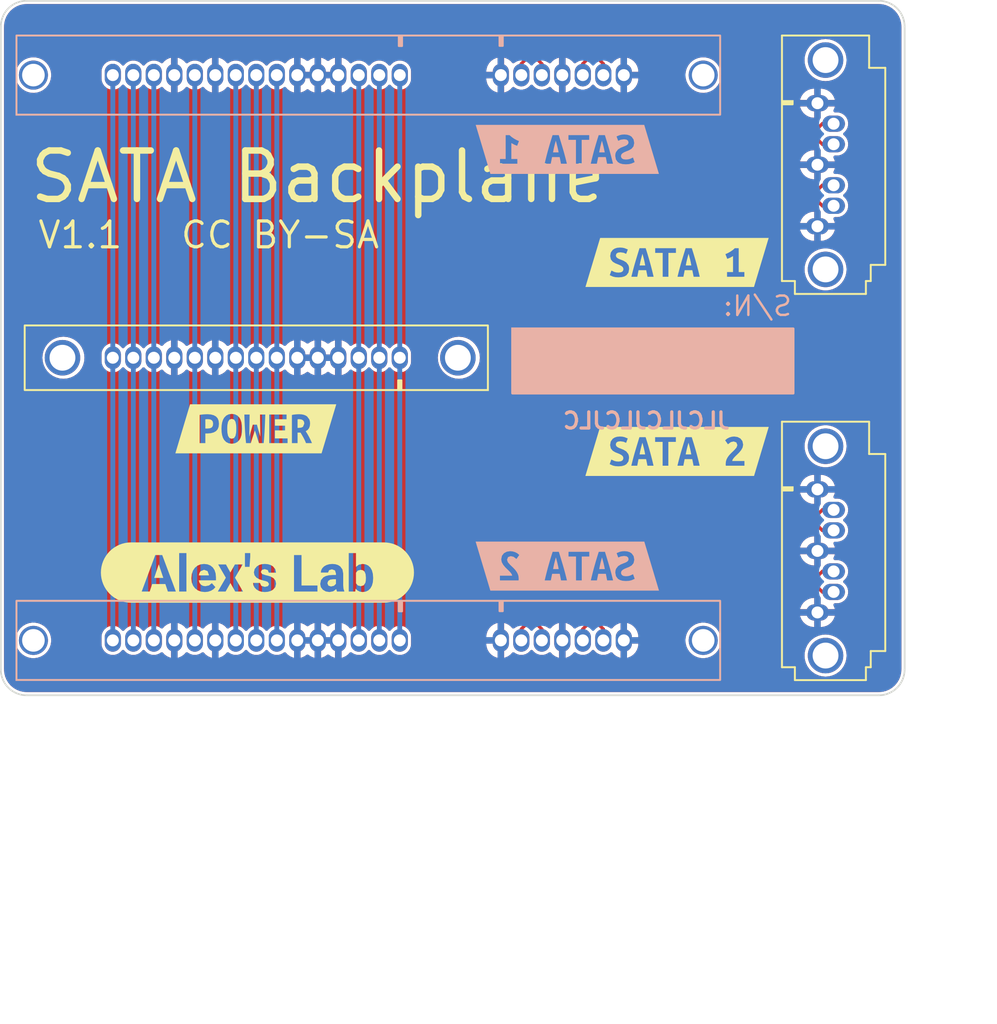
<source format=kicad_pcb>
(kicad_pcb (version 20221018) (generator pcbnew)
  (layers (0 "F.Cu" signal) (1 "In1.Cu" signal) (2 "In2.Cu" signal) (31 "B.Cu" signal) (34 "B.Paste" user) (35 "F.Paste" user) (36 "B.SilkS" user "B.Silkscreen") (37 "F.SilkS" user "F.Silkscreen") (38 "B.Mask" user) (39 "F.Mask" user) (44 "Edge.Cuts" user))
  (net 0 "")
  (net 1 "/3V3_1")
  (net 2 "/3V3_2")
  (net 3 "/PWDIS")
  (net 4 "GND")
  (net 5 "/5V_1")
  (net 6 "/5V_2")
  (net 7 "/5V_3")
  (net 8 "/ACT")
  (net 9 "/12V_1")
  (net 10 "/12V_2")
  (net 11 "/12V_3")
  (net 12 "/SATA1_A+")
  (net 13 "/SATA1_A-")
  (net 14 "/SATA1_B-")
  (net 15 "/SATA1_B+")
  (net 16 "/SATA2_A+")
  (net 17 "/SATA2_A-")
  (net 18 "/SATA2_B-")
  (net 19 "/SATA2_B+")
  (footprint "kibuzzard-63B1B180" (layer "F.Cu") (at 37.2 45.9)
    (fp_text reference "kibuzzard-63B1B180" hide)
    (fp_text value "G***" hide)
  )
  (footprint "kibuzzard-63B1B17B" (layer "F.Cu") (at 63.3 47.3)
    (fp_text reference "kibuzzard-63B1B17B" hide)
    (fp_text value "G***" hide)
  )
  (footprint "sata:SATA_Power" (layer "F.Cu") (at 46.12 41.5 180)
    (fp_text reference "J1" hide)
    (fp_text value "SATA_POWER_15")
    (pad "" np_thru_hole circle (at -3.6 0 180) (size 2.2 2.2) (drill 1.6) (layers "F&B.Cu" "*.Mask"))
    (pad "" np_thru_hole circle (at 20.9 0 180) (size 2.2 2.2) (drill 1.6) (layers "F&B.Cu" "*.Mask"))
    (pad "1" thru_hole oval (at 0 0 180) (size 1 1.4) (drill 0.74) (layers "*.Cu" "*.Mask") (net 1 "/3V3_1"))
    (pad "2" thru_hole oval (at 1.27 0 180) (size 1 1.4) (drill 0.74) (layers "*.Cu" "*.Mask") (net 2 "/3V3_2"))
    (pad "3" thru_hole oval (at 2.54 0 180) (size 1 1.4) (drill 0.74) (layers "*.Cu" "*.Mask") (net 3 "/PWDIS"))
    (pad "4" thru_hole oval (at 3.81 0 180) (size 1 1.4) (drill 0.74) (layers "*.Cu" "*.Mask") (net 4 "GND"))
    (pad "5" thru_hole oval (at 5.08 0 180) (size 1 1.4) (drill 0.74) (layers "*.Cu" "*.Mask") (net 4 "GND"))
    (pad "6" thru_hole oval (at 6.35 0 180) (size 1 1.4) (drill 0.74) (layers "*.Cu" "*.Mask") (net 4 "GND"))
    (pad "7" thru_hole oval (at 7.62 0 180) (size 1 1.4) (drill 0.74) (layers "*.Cu" "*.Mask") (net 5 "/5V_1"))
    (pad "8" thru_hole oval (at 8.89 0 180) (size 1 1.4) (drill 0.74) (layers "*.Cu" "*.Mask") (net 6 "/5V_2"))
    (pad "9" thru_hole oval (at 10.16 0 180) (size 1 1.4) (drill 0.74) (layers "*.Cu" "*.Mask") (net 7 "/5V_3"))
    (pad "10" thru_hole oval (at 11.43 0 180) (size 1 1.4) (drill 0.74) (layers "*.Cu" "*.Mask") (net 4 "GND"))
    (pad "11" thru_hole oval (at 12.7 0 180) (size 1 1.4) (drill 0.74) (layers "*.Cu" "*.Mask") (net 8 "/ACT"))
    (pad "12" thru_hole oval (at 13.97 0 180) (size 1 1.4) (drill 0.74) (layers "*.Cu" "*.Mask") (net 4 "GND"))
    (pad "13" thru_hole oval (at 15.24 0 180) (size 1 1.4) (drill 0.74) (layers "*.Cu" "*.Mask") (net 9 "/12V_1"))
    (pad "14" thru_hole oval (at 16.51 0 180) (size 1 1.4) (drill 0.74) (layers "*.Cu" "*.Mask") (net 10 "/12V_2"))
    (pad "15" thru_hole oval (at 17.78 0 180) (size 1 1.4) (drill 0.74) (layers "*.Cu" "*.Mask") (net 11 "/12V_3"))
  )
  (footprint "sata:SATA_Data" (layer "F.Cu") (at 72 33.36 -90)
    (fp_text reference "J10" hide)
    (fp_text value "SATA_1")
    (pad "" thru_hole circle (at -10.29 -0.5 270) (size 2.2 2.2) (drill 1.6) (layers "*.Cu" "*.Mask"))
    (pad "" thru_hole circle (at 2.67 -0.5 270) (size 2.2 2.2) (drill 1.6) (layers "*.Cu" "*.Mask"))
    (pad "1" thru_hole oval (at 0 0 270) (size 1 1.4) (drill 0.74) (layers "*.Cu" "*.Mask") (net 4 "GND"))
    (pad "2" thru_hole oval (at -1.27 -1 270) (size 1 1.4) (drill 0.74) (layers "*.Cu" "*.Mask") (net 12 "/SATA1_A+"))
    (pad "3" thru_hole oval (at -2.54 -1 270) (size 1 1.4) (drill 0.74) (layers "*.Cu" "*.Mask") (net 13 "/SATA1_A-"))
    (pad "4" thru_hole oval (at -3.81 0 270) (size 1 1.4) (drill 0.74) (layers "*.Cu" "*.Mask") (net 4 "GND"))
    (pad "5" thru_hole oval (at -5.08 -1 270) (size 1 1.4) (drill 0.74) (layers "*.Cu" "*.Mask") (net 14 "/SATA1_B-"))
    (pad "6" thru_hole oval (at -6.35 -1 270) (size 1 1.4) (drill 0.74) (layers "*.Cu" "*.Mask") (net 15 "/SATA1_B+"))
    (pad "7" thru_hole oval (at -7.62 0 270) (size 1 1.4) (drill 0.74) (layers "*.Cu" "*.Mask") (net 4 "GND"))
  )
  (footprint "sata:SATA_Data" (layer "F.Cu") (at 72 57.27 -90)
    (fp_text reference "J20" hide)
    (fp_text value "SATA_2")
    (pad "" thru_hole circle (at -10.29 -0.5 270) (size 2.2 2.2) (drill 1.6) (layers "*.Cu" "*.Mask"))
    (pad "" thru_hole circle (at 2.67 -0.5 270) (size 2.2 2.2) (drill 1.6) (layers "*.Cu" "*.Mask"))
    (pad "1" thru_hole oval (at 0 0 270) (size 1 1.4) (drill 0.74) (layers "*.Cu" "*.Mask") (net 4 "GND"))
    (pad "2" thru_hole oval (at -1.27 -1 270) (size 1 1.4) (drill 0.74) (layers "*.Cu" "*.Mask") (net 16 "/SATA2_A+"))
    (pad "3" thru_hole oval (at -2.54 -1 270) (size 1 1.4) (drill 0.74) (layers "*.Cu" "*.Mask") (net 17 "/SATA2_A-"))
    (pad "4" thru_hole oval (at -3.81 0 270) (size 1 1.4) (drill 0.74) (layers "*.Cu" "*.Mask") (net 4 "GND"))
    (pad "5" thru_hole oval (at -5.08 -1 270) (size 1 1.4) (drill 0.74) (layers "*.Cu" "*.Mask") (net 18 "/SATA2_B-"))
    (pad "6" thru_hole oval (at -6.35 -1 270) (size 1 1.4) (drill 0.74) (layers "*.Cu" "*.Mask") (net 19 "/SATA2_B+"))
    (pad "7" thru_hole oval (at -7.62 0 270) (size 1 1.4) (drill 0.74) (layers "*.Cu" "*.Mask") (net 4 "GND"))
  )
  (footprint "kibuzzard-63B1B175" (layer "F.Cu") (at 63.3 35.6)
    (fp_text reference "kibuzzard-63B1B175" hide)
    (fp_text value "G***" hide)
  )
  (footprint "kibuzzard-63B1B127" (layer "F.Cu") (at 37.3 54.8)
    (fp_text reference "kibuzzard-63B1B127" hide)
    (fp_text value "G***" hide)
  )
  (footprint "kibuzzard-63B1B175" (layer "B.Cu") (at 56.5 28.6 180)
    (fp_text reference "kibuzzard-63B1B175" hide)
    (fp_text value "G***" hide)
  )
  (footprint "kibuzzard-63B1B17B" (layer "B.Cu") (at 56.5 54.4 180)
    (fp_text reference "kibuzzard-63B1B17B" hide)
    (fp_text value "G***" hide)
  )
  (footprint "sata:SATA_Combined" (layer "B.Cu") (at 60 24 180)
    (fp_text reference "J11" hide)
    (fp_text value "SATA_COMBINED_1")
    (pad "" thru_hole circle (at -4.92 0) (size 1.8 1.8) (drill 1.4) (layers "*.Cu" "*.Mask"))
    (pad "" thru_hole circle (at 36.58 0) (size 1.8 1.8) (drill 1.4) (layers "*.Cu" "*.Mask"))
    (pad "1" thru_hole oval (at 0 0) (size 1 1.4) (drill 0.74) (layers "*.Cu" "*.Mask") (net 4 "GND"))
    (pad "2" thru_hole oval (at 1.27 0) (size 1 1.4) (drill 0.74) (layers "*.Cu" "*.Mask") (net 12 "/SATA1_A+"))
    (pad "3" thru_hole oval (at 2.54 0) (size 1 1.4) (drill 0.74) (layers "*.Cu" "*.Mask") (net 13 "/SATA1_A-"))
    (pad "4" thru_hole oval (at 3.81 0) (size 1 1.4) (drill 0.74) (layers "*.Cu" "*.Mask") (net 4 "GND"))
    (pad "5" thru_hole oval (at 5.08 0) (size 1 1.4) (drill 0.74) (layers "*.Cu" "*.Mask") (net 14 "/SATA1_B-"))
    (pad "6" thru_hole oval (at 6.35 0) (size 1 1.4) (drill 0.74) (layers "*.Cu" "*.Mask") (net 15 "/SATA1_B+"))
    (pad "7" thru_hole oval (at 7.62 0) (size 1 1.4) (drill 0.74) (layers "*.Cu" "*.Mask") (net 4 "GND"))
    (pad "8" thru_hole oval (at 13.88 0) (size 1 1.4) (drill 0.74) (layers "*.Cu" "*.Mask") (net 1 "/3V3_1"))
    (pad "9" thru_hole oval (at 15.15 0) (size 1 1.4) (drill 0.74) (layers "*.Cu" "*.Mask") (net 2 "/3V3_2"))
    (pad "10" thru_hole oval (at 16.42 0) (size 1 1.4) (drill 0.74) (layers "*.Cu" "*.Mask") (net 3 "/PWDIS"))
    (pad "11" thru_hole oval (at 17.69 0) (size 1 1.4) (drill 0.74) (layers "*.Cu" "*.Mask") (net 4 "GND"))
    (pad "12" thru_hole oval (at 18.96 0) (size 1 1.4) (drill 0.74) (layers "*.Cu" "*.Mask") (net 4 "GND"))
    (pad "13" thru_hole oval (at 20.23 0) (size 1 1.4) (drill 0.74) (layers "*.Cu" "*.Mask") (net 4 "GND"))
    (pad "14" thru_hole oval (at 21.5 0) (size 1 1.4) (drill 0.74) (layers "*.Cu" "*.Mask") (net 5 "/5V_1"))
    (pad "15" thru_hole oval (at 22.77 0) (size 1 1.4) (drill 0.74) (layers "*.Cu" "*.Mask") (net 6 "/5V_2"))
    (pad "16" thru_hole oval (at 24.04 0) (size 1 1.4) (drill 0.74) (layers "*.Cu" "*.Mask") (net 7 "/5V_3"))
    (pad "17" thru_hole oval (at 25.31 0) (size 1 1.4) (drill 0.74) (layers "*.Cu" "*.Mask") (net 4 "GND"))
    (pad "18" thru_hole oval (at 26.58 0) (size 1 1.4) (drill 0.74) (layers "*.Cu" "*.Mask") (net 8 "/ACT"))
    (pad "19" thru_hole oval (at 27.85 0) (size 1 1.4) (drill 0.74) (layers "*.Cu" "*.Mask") (net 4 "GND"))
    (pad "20" thru_hole oval (at 29.12 0) (size 1 1.4) (drill 0.74) (layers "*.Cu" "*.Mask") (net 9 "/12V_1"))
    (pad "21" thru_hole oval (at 30.39 0) (size 1 1.4) (drill 0.74) (layers "*.Cu" "*.Mask") (net 10 "/12V_2"))
    (pad "22" thru_hole oval (at 31.66 0) (size 1 1.4) (drill 0.74) (layers "*.Cu" "*.Mask") (net 11 "/12V_3"))
  )
  (footprint "sata:SATA_Combined" (layer "B.Cu") (at 60 59 180)
    (fp_text reference "J21" hide)
    (fp_text value "SATA_COMBINED_2")
    (pad "" thru_hole circle (at -4.92 0) (size 1.8 1.8) (drill 1.4) (layers "*.Cu" "*.Mask"))
    (pad "" thru_hole circle (at 36.58 0) (size 1.8 1.8) (drill 1.4) (layers "*.Cu" "*.Mask"))
    (pad "1" thru_hole oval (at 0 0) (size 1 1.4) (drill 0.74) (layers "*.Cu" "*.Mask") (net 4 "GND"))
    (pad "2" thru_hole oval (at 1.27 0) (size 1 1.4) (drill 0.74) (layers "*.Cu" "*.Mask") (net 16 "/SATA2_A+"))
    (pad "3" thru_hole oval (at 2.54 0) (size 1 1.4) (drill 0.74) (layers "*.Cu" "*.Mask") (net 17 "/SATA2_A-"))
    (pad "4" thru_hole oval (at 3.81 0) (size 1 1.4) (drill 0.74) (layers "*.Cu" "*.Mask") (net 4 "GND"))
    (pad "5" thru_hole oval (at 5.08 0) (size 1 1.4) (drill 0.74) (layers "*.Cu" "*.Mask") (net 18 "/SATA2_B-"))
    (pad "6" thru_hole oval (at 6.35 0) (size 1 1.4) (drill 0.74) (layers "*.Cu" "*.Mask") (net 19 "/SATA2_B+"))
    (pad "7" thru_hole oval (at 7.62 0) (size 1 1.4) (drill 0.74) (layers "*.Cu" "*.Mask") (net 4 "GND"))
    (pad "8" thru_hole oval (at 13.88 0) (size 1 1.4) (drill 0.74) (layers "*.Cu" "*.Mask") (net 1 "/3V3_1"))
    (pad "9" thru_hole oval (at 15.15 0) (size 1 1.4) (drill 0.74) (layers "*.Cu" "*.Mask") (net 2 "/3V3_2"))
    (pad "10" thru_hole oval (at 16.42 0) (size 1 1.4) (drill 0.74) (layers "*.Cu" "*.Mask") (net 3 "/PWDIS"))
    (pad "11" thru_hole oval (at 17.69 0) (size 1 1.4) (drill 0.74) (layers "*.Cu" "*.Mask") (net 4 "GND"))
    (pad "12" thru_hole oval (at 18.96 0) (size 1 1.4) (drill 0.74) (layers "*.Cu" "*.Mask") (net 4 "GND"))
    (pad "13" thru_hole oval (at 20.23 0) (size 1 1.4) (drill 0.74) (layers "*.Cu" "*.Mask") (net 4 "GND"))
    (pad "14" thru_hole oval (at 21.5 0) (size 1 1.4) (drill 0.74) (layers "*.Cu" "*.Mask") (net 5 "/5V_1"))
    (pad "15" thru_hole oval (at 22.77 0) (size 1 1.4) (drill 0.74) (layers "*.Cu" "*.Mask") (net 6 "/5V_2"))
    (pad "16" thru_hole oval (at 24.04 0) (size 1 1.4) (drill 0.74) (layers "*.Cu" "*.Mask") (net 7 "/5V_3"))
    (pad "17" thru_hole oval (at 25.31 0) (size 1 1.4) (drill 0.74) (layers "*.Cu" "*.Mask") (net 4 "GND"))
    (pad "18" thru_hole oval (at 26.58 0) (size 1 1.4) (drill 0.74) (layers "*.Cu" "*.Mask") (net 8 "/ACT"))
    (pad "19" thru_hole oval (at 27.85 0) (size 1 1.4) (drill 0.74) (layers "*.Cu" "*.Mask") (net 4 "GND"))
    (pad "20" thru_hole oval (at 29.12 0) (size 1 1.4) (drill 0.74) (layers "*.Cu" "*.Mask") (net 9 "/12V_1"))
    (pad "21" thru_hole oval (at 30.39 0) (size 1 1.4) (drill 0.74) (layers "*.Cu" "*.Mask") (net 10 "/12V_2"))
    (pad "22" thru_hole oval (at 31.66 0) (size 1 1.4) (drill 0.74) (layers "*.Cu" "*.Mask") (net 11 "/12V_3"))
  )
  (gr_rect (start 53.1 39.7) (end 70.5 43.7) (stroke (width 0.15)) (fill solid) (layer "B.SilkS"))
  (gr_arc (start 77.4 60.8) (mid 76.931371 61.931371) (end 75.8 62.4) (stroke (width 0.1)) (layer "Edge.Cuts"))
  (gr_arc (start 75.8 19.4) (mid 76.931371 19.868629) (end 77.4 21) (stroke (width 0.1)) (layer "Edge.Cuts"))
  (gr_line (start 77.4 21) (end 77.4 60.8) (stroke (width 0.1)) (layer "Edge.Cuts"))
  (gr_arc (start 21.4 21) (mid 21.868629 19.868629) (end 23 19.4) (stroke (width 0.1)) (layer "Edge.Cuts"))
  (gr_line (start 23 19.4) (end 75.8 19.4) (stroke (width 0.1)) (layer "Edge.Cuts"))
  (gr_arc (start 23 62.4) (mid 21.868629 61.931371) (end 21.4 60.8) (stroke (width 0.1)) (layer "Edge.Cuts"))
  (gr_line (start 75.8 62.4) (end 23 62.4) (stroke (width 0.1)) (layer "Edge.Cuts"))
  (gr_line (start 21.4 60.8) (end 21.4 21) (stroke (width 0.1)) (layer "Edge.Cuts"))
  (gr_text "JLCJLCJLCJLC" (at 61.4 45.4) (layer "B.SilkS") (effects (font (size 1 1) (thickness 0.2)) (justify mirror)))
  (gr_text "S/N:" (at 70.5 38.3) (layer "B.SilkS") (effects (font (size 1.2 1.2)) (justify left mirror)))
  (gr_text "SATA Backplane" (at 23 30.3) (layer "F.SilkS") (effects (font (size 3 3) (thickness 0.4)) (justify left)))
  (gr_text "V1.1   CC BY-SA" (at 23.6 33.9) (layer "F.SilkS") (effects (font (size 1.6 1.6) (thickness 0.2)) (justify left)))
  (segment (start 46.12 41.5) (end 46.12 59) (width 0.3) (layer "B.Cu") (net 1))
  (segment (start 46.12 24) (end 46.12 41.5) (width 0.3) (layer "B.Cu") (net 1))
  (segment (start 44.85 41.5) (end 44.85 59) (width 0.3) (layer "B.Cu") (net 2))
  (segment (start 44.85 24) (end 44.85 41.5) (width 0.3) (layer "B.Cu") (net 2))
  (segment (start 43.58 41.5) (end 43.58 59) (width 0.3) (layer "B.Cu") (net 3))
  (segment (start 43.58 24) (end 43.58 41.5) (width 0.3) (layer "B.Cu") (net 3))
  (segment (start 38.5 24) (end 38.5 41.5) (width 0.3) (layer "B.Cu") (net 5))
  (segment (start 38.5 41.5) (end 38.5 59) (width 0.3) (layer "B.Cu") (net 5))
  (segment (start 37.23 41.5) (end 37.23 59) (width 0.3) (layer "B.Cu") (net 6))
  (segment (start 37.23 24) (end 37.23 41.5) (width 0.3) (layer "B.Cu") (net 6))
  (segment (start 35.96 41.5) (end 35.96 59) (width 0.3) (layer "B.Cu") (net 7))
  (segment (start 35.96 24) (end 35.96 41.5) (width 0.3) (layer "B.Cu") (net 7))
  (segment (start 33.42 41.5) (end 33.42 59) (width 0.3) (layer "B.Cu") (net 8))
  (segment (start 33.42 24) (end 33.42 41.5) (width 0.3) (layer "B.Cu") (net 8))
  (segment (start 30.88 41.5) (end 30.88 59) (width 0.3) (layer "B.Cu") (net 9))
  (segment (start 30.88 24) (end 30.88 41.5) (width 0.3) (layer "B.Cu") (net 9))
  (segment (start 29.61 24) (end 29.61 41.5) (width 0.3) (layer "B.Cu") (net 10))
  (segment (start 29.61 41.5) (end 29.61 59) (width 0.3) (layer "B.Cu") (net 10))
  (segment (start 28.34 24) (end 28.34 41.5) (width 0.3) (layer "B.Cu") (net 11))
  (segment (start 28.34 59) (end 28.34 41.5) (width 0.3) (layer "B.Cu") (net 11))
  (segment (start 58.73 24) (end 58.73 23.3) (width 0.205) (layer "F.Cu") (net 12))
  (segment (start 71.8691 31.6591) (end 72.3 32.09) (width 0.205) (layer "F.Cu") (net 12))
  (segment (start 67.043538 30.660561) (end 67.0623 30.660561) (width 0.205) (layer "F.Cu") (net 12))
  (segment (start 66.850419 31.057781) (end 66.850419 30.85368) (width 0.205) (layer "F.Cu") (net 12))
  (segment (start 62.0959 26.799788) (end 62.0959 26.8041) (width 0.205) (layer "F.Cu") (net 12))
  (segment (start 69.194822 31.6591) (end 71.8691 31.6591) (width 0.205) (layer "F.Cu") (net 12))
  (segment (start 58.73 23.3) (end 58.2991 22.8691) (width 0.205) (layer "F.Cu") (net 12))
  (segment (start 61.798055 26.501944) (end 61.798056 26.501944) (width 0.205) (layer "F.Cu") (net 12))
  (segment (start 72.3 32.09) (end 73 32.09) (width 0.205) (layer "F.Cu") (net 12))
  (segment (start 62.0959 28.584542) (end 65.170458 31.6591) (width 0.205) (layer "F.Cu") (net 12))
  (segment (start 58.2991 22.8691) (end 58.2991 22.64344) (width 0.205) (layer "F.Cu") (net 12))
  (segment (start 61.500211 26.199788) (end 61.500211 26.2041) (width 0.205) (layer "F.Cu") (net 12))
  (segment (start 62.0959 26.8041) (end 62.0959 28.584542) (width 0.205) (layer "F.Cu") (net 12))
  (segment (start 62.0959 23.384542) (end 62.0959 25.6041) (width 0.205) (layer "F.Cu") (net 12))
  (segment (start 68.4862 32.05632) (end 68.4862 31.852219) (width 0.205) (layer "F.Cu") (net 12))
  (segment (start 67.255419 31.057781) (end 67.255419 31.455) (width 0.205) (layer "F.Cu") (net 12))
  (segment (start 61.798056 25.901944) (end 61.798055 25.901944) (width 0.205) (layer "F.Cu") (net 12))
  (segment (start 68.679319 31.6591) (end 69.194822 31.6591) (width 0.205) (layer "F.Cu") (net 12))
  (segment (start 65.170458 31.6591) (end 66.2491 31.6591) (width 0.205) (layer "F.Cu") (net 12))
  (segment (start 58.2991 22.64344) (end 58.73844 22.2041) (width 0.205) (layer "F.Cu") (net 12))
  (segment (start 67.255419 30.85368) (end 67.255419 31.057781) (width 0.205) (layer "F.Cu") (net 12))
  (segment (start 67.255419 31.455) (end 67.2648 31.455) (width 0.205) (layer "F.Cu") (net 12))
  (segment (start 60.915458 22.2041) (end 62.0959 23.384542) (width 0.205) (layer "F.Cu") (net 12))
  (segment (start 58.73844 22.2041) (end 60.915458 22.2041) (width 0.205) (layer "F.Cu") (net 12))
  (segment (start 67.866119 32.657639) (end 67.884881 32.657639) (width 0.205) (layer "F.Cu") (net 12))
  (segment (start 67.2648 31.455) (end 67.2648 32.05632) (width 0.205) (layer "F.Cu") (net 12))
  (arc (start 61.798056 26.501944) (mid 62.008664 26.58918) (end 62.0959 26.799788) (width 0.205) (layer "F.Cu") (net 12))
  (arc (start 67.0623 30.660561) (mid 67.198856 30.717124) (end 67.255419 30.85368) (width 0.205) (layer "F.Cu") (net 12))
  (arc (start 61.500211 26.2041) (mid 61.587447 26.414708) (end 61.798055 26.501944) (width 0.205) (layer "F.Cu") (net 12))
  (arc (start 67.2648 32.05632) (mid 67.440922 32.481517) (end 67.866119 32.657639) (width 0.205) (layer "F.Cu") (net 12))
  (arc (start 66.2491 31.6591) (mid 66.674297 31.482978) (end 66.850419 31.057781) (width 0.205) (layer "F.Cu") (net 12))
  (arc (start 61.798055 25.901944) (mid 61.587447 25.98918) (end 61.500211 26.199788) (width 0.205) (layer "F.Cu") (net 12))
  (arc (start 62.0959 25.6041) (mid 62.008664 25.814708) (end 61.798056 25.901944) (width 0.205) (layer "F.Cu") (net 12))
  (arc (start 67.884881 32.657639) (mid 68.310078 32.481517) (end 68.4862 32.05632) (width 0.205) (layer "F.Cu") (net 12))
  (arc (start 68.4862 31.852219) (mid 68.542763 31.715663) (end 68.679319 31.6591) (width 0.205) (layer "F.Cu") (net 12))
  (arc (start 66.850419 30.85368) (mid 66.906982 30.717124) (end 67.043538 30.660561) (width 0.205) (layer "F.Cu") (net 12))
  (segment (start 61.084542 21.7959) (end 62.5041 23.215458) (width 0.205) (layer "F.Cu") (net 13))
  (segment (start 57.8909 22.8691) (end 57.8909 22.474356) (width 0.205) (layer "F.Cu") (net 13))
  (segment (start 69.194822 31.2509) (end 71.8691 31.2509) (width 0.205) (layer "F.Cu") (net 13))
  (segment (start 57.8909 22.474356) (end 58.569356 21.7959) (width 0.205) (layer "F.Cu") (net 13))
  (segment (start 62.5041 23.215458) (end 62.5041 28.415458) (width 0.205) (layer "F.Cu") (net 13))
  (segment (start 58.569356 21.7959) (end 61.084542 21.7959) (width 0.205) (layer "F.Cu") (net 13))
  (segment (start 67.043538 30.252361) (end 67.0623 30.252361) (width 0.205) (layer "F.Cu") (net 13))
  (segment (start 68.679319 31.2509) (end 69.194822 31.2509) (width 0.205) (layer "F.Cu") (net 13))
  (segment (start 67.866119 32.249439) (end 67.884881 32.249439) (width 0.205) (layer "F.Cu") (net 13))
  (segment (start 67.663619 31.455) (end 67.673 31.455) (width 0.205) (layer "F.Cu") (net 13))
  (segment (start 67.663619 30.85368) (end 67.663619 31.057781) (width 0.205) (layer "F.Cu") (net 13))
  (segment (start 57.46 23.3) (end 57.8909 22.8691) (width 0.205) (layer "F.Cu") (net 13))
  (segment (start 62.5041 28.415458) (end 65.339542 31.2509) (width 0.205) (layer "F.Cu") (net 13))
  (segment (start 68.078 32.05632) (end 68.078 31.852219) (width 0.205) (layer "F.Cu") (net 13))
  (segment (start 67.663619 31.057781) (end 67.663619 31.455) (width 0.205) (layer "F.Cu") (net 13))
  (segment (start 72.3 30.82) (end 73 30.82) (width 0.205) (layer "F.Cu") (net 13))
  (segment (start 71.8691 31.2509) (end 72.3 30.82) (width 0.205) (layer "F.Cu") (net 13))
  (segment (start 65.339542 31.2509) (end 66.2491 31.2509) (width 0.205) (layer "F.Cu") (net 13))
  (segment (start 57.46 24) (end 57.46 23.3) (width 0.205) (layer "F.Cu") (net 13))
  (segment (start 67.673 31.455) (end 67.673 32.05632) (width 0.205) (layer "F.Cu") (net 13))
  (segment (start 66.442219 31.057781) (end 66.442219 30.85368) (width 0.205) (layer "F.Cu") (net 13))
  (arc (start 68.078 31.852219) (mid 68.254122 31.427022) (end 68.679319 31.2509) (width 0.205) (layer "F.Cu") (net 13))
  (arc (start 67.673 32.05632) (mid 67.729563 32.192876) (end 67.866119 32.249439) (width 0.205) (layer "F.Cu") (net 13))
  (arc (start 66.442219 30.85368) (mid 66.618341 30.428483) (end 67.043538 30.252361) (width 0.205) (layer "F.Cu") (net 13))
  (arc (start 67.884881 32.249439) (mid 68.021437 32.192876) (end 68.078 32.05632) (width 0.205) (layer "F.Cu") (net 13))
  (arc (start 66.2491 31.2509) (mid 66.385656 31.194337) (end 66.442219 31.057781) (width 0.205) (layer "F.Cu") (net 13))
  (arc (start 67.0623 30.252361) (mid 67.487497 30.428483) (end 67.663619 30.85368) (width 0.205) (layer "F.Cu") (net 13))
  (segment (start 54.92 24) (end 54.92 23.3) (width 0.205) (layer "F.Cu") (net 14))
  (segment (start 67.5959 24.9041) (end 67.5959 25.884542) (width 0.205) (layer "F.Cu") (net 14))
  (segment (start 67.5959 22.584542) (end 67.5959 23.7041) (width 0.205) (layer "F.Cu") (net 14))
  (segment (start 54.4891 21.499542) (end 55.184542 20.8041) (width 0.205) (layer "F.Cu") (net 14))
  (segment (start 54.92 23.3) (end 54.4891 22.8691) (width 0.205) (layer "F.Cu") (net 14))
  (segment (start 55.184542 20.8041) (end 65.815458 20.8041) (width 0.205) (layer "F.Cu") (net 14))
  (segment (start 67.5959 25.884542) (end 69.560458 27.8491) (width 0.205) (layer "F.Cu") (net 14))
  (segment (start 67.298055 24.601944) (end 67.298056 24.601944) (width 0.205) (layer "F.Cu") (net 14))
  (segment (start 54.4891 22.8691) (end 54.4891 21.499542) (width 0.205) (layer "F.Cu") (net 14))
  (segment (start 67.5959 24.899788) (end 67.5959 24.9041) (width 0.205) (layer "F.Cu") (net 14))
  (segment (start 65.815458 20.8041) (end 67.5959 22.584542) (width 0.205) (layer "F.Cu") (net 14))
  (segment (start 72.3 28.28) (end 73 28.28) (width 0.205) (layer "F.Cu") (net 14))
  (segment (start 67.298056 24.001944) (end 67.298055 24.001944) (width 0.205) (layer "F.Cu") (net 14))
  (segment (start 67.000211 24.299788) (end 67.000211 24.3041) (width 0.205) (layer "F.Cu") (net 14))
  (segment (start 69.560458 27.8491) (end 71.8691 27.8491) (width 0.205) (layer "F.Cu") (net 14))
  (segment (start 71.8691 27.8491) (end 72.3 28.28) (width 0.205) (layer "F.Cu") (net 14))
  (arc (start 67.000211 24.3041) (mid 67.087447 24.514708) (end 67.298055 24.601944) (width 0.205) (layer "F.Cu") (net 14))
  (arc (start 67.5959 23.7041) (mid 67.508664 23.914708) (end 67.298056 24.001944) (width 0.205) (layer "F.Cu") (net 14))
  (arc (start 67.298056 24.601944) (mid 67.508664 24.68918) (end 67.5959 24.899788) (width 0.205) (layer "F.Cu") (net 14))
  (arc (start 67.298055 24.001944) (mid 67.087447 24.08918) (end 67.000211 24.299788) (width 0.205) (layer "F.Cu") (net 14))
  (segment (start 54.0809 22.8691) (end 53.65 23.3) (width 0.205) (layer "F.Cu") (net 15))
  (segment (start 72.3 27.01) (end 71.8691 27.4409) (width 0.205) (layer "F.Cu") (net 15))
  (segment (start 73 27.01) (end 72.3 27.01) (width 0.205) (layer "F.Cu") (net 15))
  (segment (start 65.984542 20.3959) (end 55.015458 20.3959) (width 0.205) (layer "F.Cu") (net 15))
  (segment (start 55.015458 20.3959) (end 54.0809 21.330458) (width 0.205) (layer "F.Cu") (net 15))
  (segment (start 53.65 23.3) (end 53.65 24) (width 0.205) (layer "F.Cu") (net 15))
  (segment (start 69.729542 27.4409) (end 68.0041 25.715458) (width 0.205) (layer "F.Cu") (net 15))
  (segment (start 68.0041 25.715458) (end 68.0041 22.415458) (width 0.205) (layer "F.Cu") (net 15))
  (segment (start 68.0041 22.415458) (end 65.984542 20.3959) (width 0.205) (layer "F.Cu") (net 15))
  (segment (start 71.8691 27.4409) (end 69.729542 27.4409) (width 0.205) (layer "F.Cu") (net 15))
  (segment (start 54.0809 21.330458) (end 54.0809 22.8691) (width 0.205) (layer "F.Cu") (net 15))
  (segment (start 59.109542 55.5691) (end 61.3491 55.5691) (width 0.205) (layer "F.Cu") (net 16))
  (segment (start 58.73 58.3) (end 58.2991 57.8691) (width 0.205) (layer "F.Cu") (net 16))
  (segment (start 64.6366 54.9584) (end 64.6366 56.136575) (width 0.205) (layer "F.Cu") (net 16))
  (segment (start 64.6366 54.593425) (end 64.6366 54.9584) (width 0.205) (layer "F.Cu") (net 16))
  (segment (start 58.2991 56.379542) (end 59.109542 55.5691) (width 0.205) (layer "F.Cu") (net 16))
  (segment (start 62.246944 55.866945) (end 62.246944 55.866944) (width 0.205) (layer "F.Cu") (net 16))
  (segment (start 65.858 56.136575) (end 65.858 55.5691) (width 0.205) (layer "F.Cu") (net 16))
  (segment (start 61.646944 55.866944) (end 61.646944 55.866945) (width 0.205) (layer "F.Cu") (net 16))
  (segment (start 65.858 55.5691) (end 65.858 54.593425) (width 0.205) (layer "F.Cu") (net 16))
  (segment (start 66.8737 55.5691) (end 67.889759 55.5691) (width 0.205) (layer "F.Cu") (net 16))
  (segment (start 72.3 56) (end 73 56) (width 0.205) (layer "F.Cu") (net 16))
  (segment (start 61.944788 56.164789) (end 61.9491 56.164789) (width 0.205) (layer "F.Cu") (net 16))
  (segment (start 62.544788 55.5691) (end 62.5491 55.5691) (width 0.205) (layer "F.Cu") (net 16))
  (segment (start 67.889759 55.5691) (end 71.8691 55.5691) (width 0.205) (layer "F.Cu") (net 16))
  (segment (start 58.73 59) (end 58.73 58.3) (width 0.205) (layer "F.Cu") (net 16))
  (segment (start 58.2991 57.8691) (end 58.2991 56.379542) (width 0.205) (layer "F.Cu") (net 16))
  (segment (start 64.2316 54.9584) (end 64.2316 54.593425) (width 0.205) (layer "F.Cu") (net 16))
  (segment (start 62.5491 55.5691) (end 63.6209 55.5691) (width 0.205) (layer "F.Cu") (net 16))
  (segment (start 71.8691 55.5691) (end 72.3 56) (width 0.205) (layer "F.Cu") (net 16))
  (segment (start 66.263 54.593425) (end 66.263 54.9584) (width 0.205) (layer "F.Cu") (net 16))
  (arc (start 64.2316 54.593425) (mid 64.290911 54.450236) (end 64.4341 54.390925) (width 0.205) (layer "F.Cu") (net 16))
  (arc (start 66.263 54.9584) (mid 66.44187 55.39023) (end 66.8737 55.5691) (width 0.205) (layer "F.Cu") (net 16))
  (arc (start 61.3491 55.5691) (mid 61.559708 55.656336) (end 61.646944 55.866944) (width 0.205) (layer "F.Cu") (net 16))
  (arc (start 63.6209 55.5691) (mid 64.05273 55.39023) (end 64.2316 54.9584) (width 0.205) (layer "F.Cu") (net 16))
  (arc (start 61.9491 56.164789) (mid 62.159708 56.077553) (end 62.246944 55.866945) (width 0.205) (layer "F.Cu") (net 16))
  (arc (start 61.646944 55.866945) (mid 61.73418 56.077553) (end 61.944788 56.164789) (width 0.205) (layer "F.Cu") (net 16))
  (arc (start 66.0605 54.390925) (mid 66.203689 54.450236) (end 66.263 54.593425) (width 0.205) (layer "F.Cu") (net 16))
  (arc (start 65.858 54.593425) (mid 65.917311 54.450236) (end 66.0605 54.390925) (width 0.205) (layer "F.Cu") (net 16))
  (arc (start 64.6366 56.136575) (mid 64.81547 56.568405) (end 65.2473 56.747275) (width 0.205) (layer "F.Cu") (net 16))
  (arc (start 65.2473 56.747275) (mid 65.67913 56.568405) (end 65.858 56.136575) (width 0.205) (layer "F.Cu") (net 16))
  (arc (start 64.4341 54.390925) (mid 64.577289 54.450236) (end 64.6366 54.593425) (width 0.205) (layer "F.Cu") (net 16))
  (arc (start 62.246944 55.866944) (mid 62.33418 55.656336) (end 62.544788 55.5691) (width 0.205) (layer "F.Cu") (net 16))
  (segment (start 57.46 59) (end 57.46 58.3) (width 0.205) (layer "F.Cu") (net 17))
  (segment (start 58.940458 55.1609) (end 63.6209 55.1609) (width 0.205) (layer "F.Cu") (net 17))
  (segment (start 66.8737 55.1609) (end 67.889759 55.1609) (width 0.205) (layer "F.Cu") (net 17))
  (segment (start 63.8234 54.9584) (end 63.8234 54.593425) (width 0.205) (layer "F.Cu") (net 17))
  (segment (start 72.3 54.73) (end 73 54.73) (width 0.205) (layer "F.Cu") (net 17))
  (segment (start 57.46 58.3) (end 57.8909 57.8691) (width 0.205) (layer "F.Cu") (net 17))
  (segment (start 65.4498 56.136575) (end 65.4498 55.5691) (width 0.205) (layer "F.Cu") (net 17))
  (segment (start 57.8909 56.210458) (end 58.940458 55.1609) (width 0.205) (layer "F.Cu") (net 17))
  (segment (start 57.8909 57.8691) (end 57.8909 56.210458) (width 0.205) (layer "F.Cu") (net 17))
  (segment (start 65.0448 54.9584) (end 65.0448 56.136575) (width 0.205) (layer "F.Cu") (net 17))
  (segment (start 65.4498 55.5691) (end 65.4498 54.593425) (width 0.205) (layer "F.Cu") (net 17))
  (segment (start 67.889759 55.1609) (end 71.8691 55.1609) (width 0.205) (layer "F.Cu") (net 17))
  (segment (start 71.8691 55.1609) (end 72.3 54.73) (width 0.205) (layer "F.Cu") (net 17))
  (segment (start 66.6712 54.593425) (end 66.6712 54.9584) (width 0.205) (layer "F.Cu") (net 17))
  (segment (start 65.0448 54.593425) (end 65.0448 54.9584) (width 0.205) (layer "F.Cu") (net 17))
  (arc (start 66.0605 53.982725) (mid 66.49233 54.161595) (end 66.6712 54.593425) (width 0.205) (layer "F.Cu") (net 17))
  (arc (start 63.6209 55.1609) (mid 63.764089 55.101589) (end 63.8234 54.9584) (width 0.205) (layer "F.Cu") (net 17))
  (arc (start 65.2473 56.339075) (mid 65.390489 56.279764) (end 65.4498 56.136575) (width 0.205) (layer "F.Cu") (net 17))
  (arc (start 64.4341 53.982725) (mid 64.86593 54.161595) (end 65.0448 54.593425) (width 0.205) (layer "F.Cu") (net 17))
  (arc (start 65.0448 56.136575) (mid 65.104111 56.279764) (end 65.2473 56.339075) (width 0.205) (layer "F.Cu") (net 17))
  (arc (start 63.8234 54.593425) (mid 64.00227 54.161595) (end 64.4341 53.982725) (width 0.205) (layer "F.Cu") (net 17))
  (arc (start 66.6712 54.9584) (mid 66.730511 55.101589) (end 66.8737 55.1609) (width 0.205) (layer "F.Cu") (net 17))
  (arc (start 65.4498 54.593425) (mid 65.62867 54.161595) (end 66.0605 53.982725) (width 0.205) (layer "F.Cu") (net 17))
  (segment (start 61.416944 52.056945) (end 61.416944 52.056944) (width 0.205) (layer "F.Cu") (net 18))
  (segment (start 54.4891 55.889542) (end 58.619542 51.7591) (width 0.205) (layer "F.Cu") (net 18))
  (segment (start 54.4891 57.8691) (end 54.4891 55.889542) (width 0.205) (layer "F.Cu") (net 18))
  (segment (start 71.8691 51.7591) (end 72.3 52.19) (width 0.205) (layer "F.Cu") (net 18))
  (segment (start 61.714788 51.7591) (end 61.7191 51.7591) (width 0.205) (layer "F.Cu") (net 18))
  (segment (start 72.3 52.19) (end 73 52.19) (width 0.205) (layer "F.Cu") (net 18))
  (segment (start 54.92 58.3) (end 54.4891 57.8691) (width 0.205) (layer "F.Cu") (net 18))
  (segment (start 58.619542 51.7591) (end 60.5191 51.7591) (width 0.205) (layer "F.Cu") (net 18))
  (segment (start 60.816944 52.056944) (end 60.816944 52.056945) (width 0.205) (layer "F.Cu") (net 18))
  (segment (start 61.7191 51.7591) (end 71.8691 51.7591) (width 0.205) (layer "F.Cu") (net 18))
  (segment (start 61.114788 52.354789) (end 61.1191 52.354789) (width 0.205) (layer "F.Cu") (net 18))
  (segment (start 54.92 59) (end 54.92 58.3) (width 0.205) (layer "F.Cu") (net 18))
  (arc (start 61.1191 52.354789) (mid 61.329708 52.267553) (end 61.416944 52.056945) (width 0.205) (layer "F.Cu") (net 18))
  (arc (start 60.5191 51.7591) (mid 60.729708 51.846336) (end 60.816944 52.056944) (width 0.205) (layer "F.Cu") (net 18))
  (arc (start 60.816944 52.056945) (mid 60.90418 52.267553) (end 61.114788 52.354789) (width 0.205) (layer "F.Cu") (net 18))
  (arc (start 61.416944 52.056944) (mid 61.50418 51.846336) (end 61.714788 51.7591) (width 0.205) (layer "F.Cu") (net 18))
  (segment (start 53.65 58.3) (end 54.0809 57.8691) (width 0.205) (layer "F.Cu") (net 19))
  (segment (start 58.450458 51.3509) (end 71.8691 51.3509) (width 0.205) (layer "F.Cu") (net 19))
  (segment (start 54.0809 57.8691) (end 54.0809 55.720458) (width 0.205) (layer "F.Cu") (net 19))
  (segment (start 53.65 59) (end 53.65 58.3) (width 0.205) (layer "F.Cu") (net 19))
  (segment (start 71.8691 51.3509) (end 72.3 50.92) (width 0.205) (layer "F.Cu") (net 19))
  (segment (start 72.3 50.92) (end 73 50.92) (width 0.205) (layer "F.Cu") (net 19))
  (segment (start 54.0809 55.720458) (end 58.450458 51.3509) (width 0.205) (layer "F.Cu") (net 19))
  (zone (net 4) (net_name "GND") (layers "F.Cu" "In1.Cu" "In2.Cu" "B.Cu") (connect_pads (clearance 0.2)) (min_thickness 0.2) (fill yes (thermal_gap 0.4) (thermal_bridge_width 0.4) (island_removal_mode 1) (island_area_min 0))
    (polygon (pts (xy 77.4 62.4) (xy 21.4 62.4) (xy 21.4 19.4) (xy 77.4 19.4)))
  )
)
</source>
